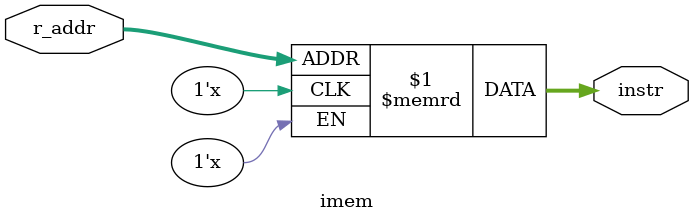
<source format=v>
module imem(
    input [31:0] r_addr,
    output [31:0] instr
);

    reg [31:0] mem [0:16383];  // 64 regs each reg have 32bits

    assign instr = mem[r_addr]; 
    // assign instr = mem[r_addr]; 

endmodule
</source>
